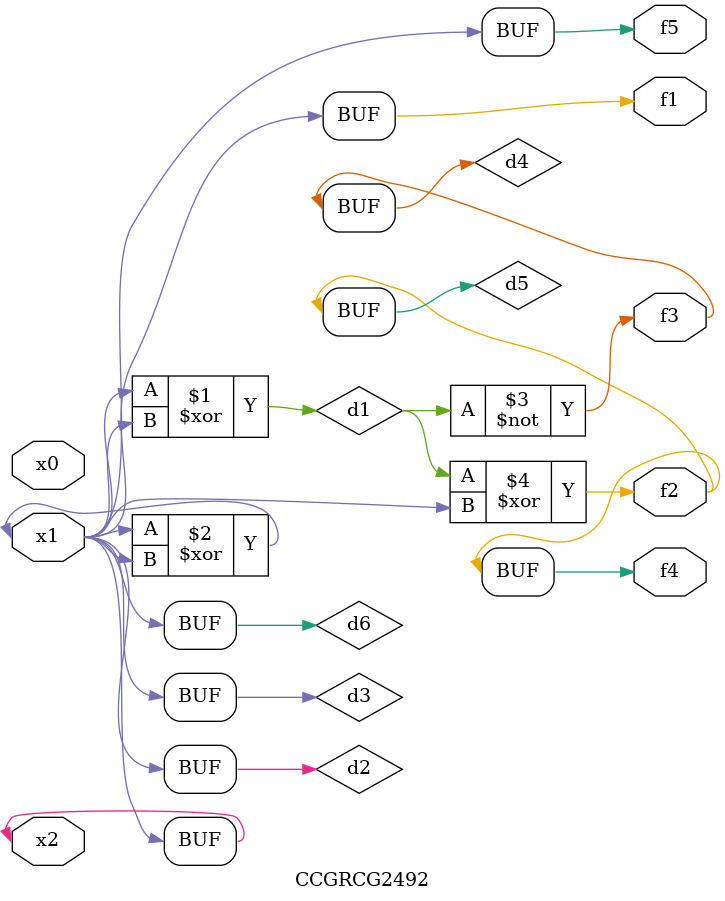
<source format=v>
module CCGRCG2492(
	input x0, x1, x2,
	output f1, f2, f3, f4, f5
);

	wire d1, d2, d3, d4, d5, d6;

	xor (d1, x1, x2);
	buf (d2, x1, x2);
	xor (d3, x1, x2);
	nor (d4, d1);
	xor (d5, d1, d2);
	buf (d6, d2, d3);
	assign f1 = d6;
	assign f2 = d5;
	assign f3 = d4;
	assign f4 = d5;
	assign f5 = d6;
endmodule

</source>
